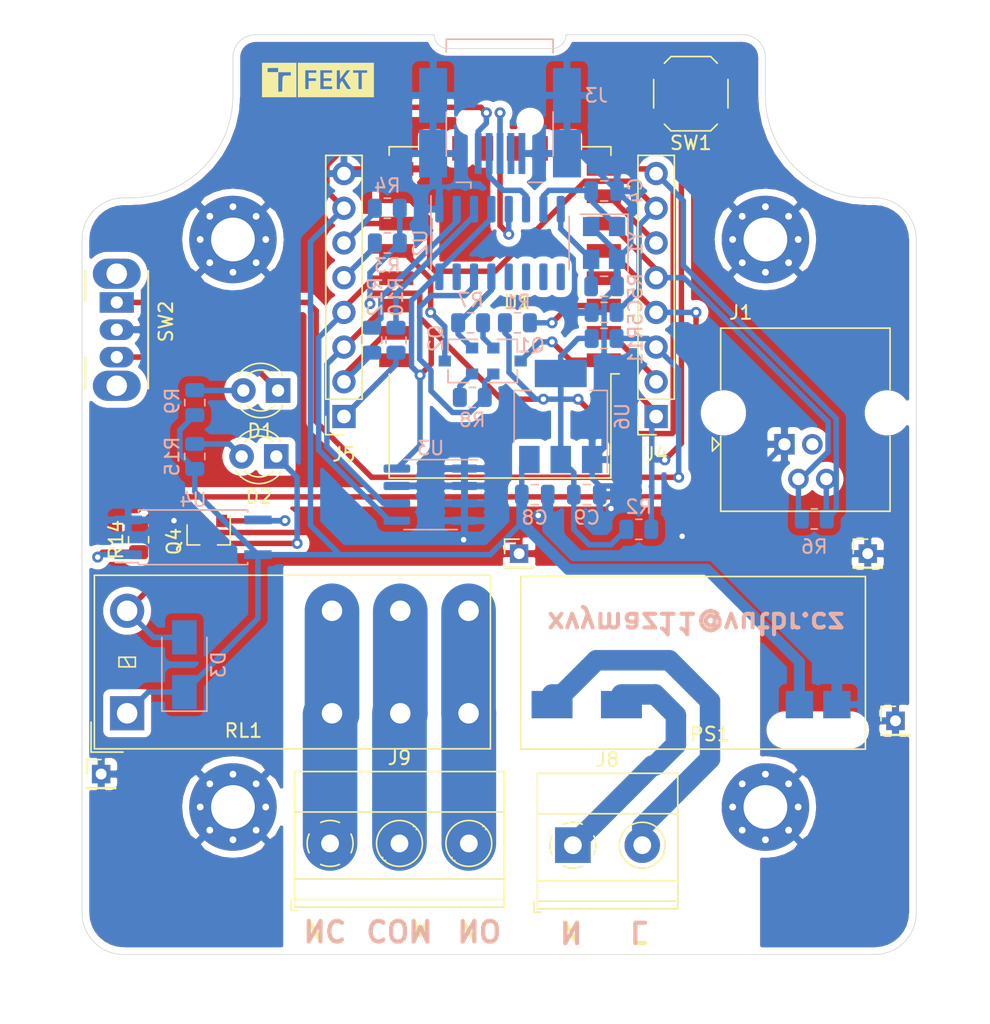
<source format=kicad_pcb>
(kicad_pcb (version 20171130) (host pcbnew "(5.1.7)-1")
  (layers (0 F.Cu signal) (31 B.Cu signal) (34 B.Paste user) (35 F.Paste user) (36 B.SilkS user) (37 F.SilkS user) (38 B.Mask user) (39 F.Mask user) (44 Edge.Cuts user))
  (net 0 "")
  (net 1 +3V3)
  (net 2 GND)
  (net 3 +5V)
  (net 4 RST)
  (net 5 "Net-(C4-Pad1)")
  (net 6 "Net-(C5-Pad1)")
  (net 7 "Net-(D2-Pad2)")
  (net 8 L)
  (net 9 "Net-(J3-Pad2)")
  (net 10 "Net-(J3-Pad3)")
  (net 11 RTS)
  (net 12 GPIO0)
  (net 13 "Net-(Q1-Pad2)")
  (net 14 DTR)
  (net 15 EN)
  (net 16 "Net-(Q4-Pad1)")
  (net 17 GPIO2)
  (net 18 GPIO15)
  (net 19 BUTTON)
  (net 20 "Net-(R14-Pad1)")
  (net 21 ADC)
  (net 22 DATA)
  (net 23 N)
  (net 24 GPIO13)
  (net 25 GPIO14)
  (net 26 GPIO4)
  (net 27 GPIO5)
  (net 28 GPIO3)
  (net 29 GPIO1)
  (net 30 NO)
  (net 31 COM)
  (net 32 NC)
  (net 33 "Net-(D2-Pad1)")
  (net 34 "Net-(D1-Pad2)")
  (net 35 "Net-(D1-Pad1)")
  (net 36 "Net-(R10-Pad2)")
  (net 37 "Net-(R12-Pad1)")
  (net 38 "Net-(Q2-Pad2)")
  (module Symbol:vut_fekt_small (layer F.Cu) (at 100.965 57.023)
    (fp_text reference G*** hide)
    (fp_text value LOGO hide)
  )
  (module Connector_PinHeader_2.00mm:PinHeader_1x01_P2.00mm_Vertical (layer F.Cu) (at 85.09 107.823)
    (fp_text reference H8 hide)
    (fp_text value MountingHole_Pad)
    (pad 1 thru_hole rect (at 0 0) (size 1.35 1.35) (drill 0.8) (layers *.Cu *.Mask) (net 2 GND))
  )
  (module Connector_PinHeader_2.00mm:PinHeader_1x01_P2.00mm_Vertical (layer F.Cu) (at 115.697 91.694)
    (fp_text reference H7 hide)
    (fp_text value MountingHole_Pad)
    (pad 1 thru_hole rect (at 0 0) (size 1.35 1.35) (drill 0.8) (layers *.Cu *.Mask) (net 2 GND))
  )
  (module Connector_PinHeader_2.00mm:PinHeader_1x01_P2.00mm_Vertical (layer F.Cu) (at 143.256 103.929001)
    (fp_text reference H6 hide)
    (fp_text value MountingHole_Pad)
    (pad 1 thru_hole rect (at 0 0) (size 1.35 1.35) (drill 0.8) (layers *.Cu *.Mask) (net 2 GND))
  )
  (module Connector_PinHeader_2.00mm:PinHeader_1x01_P2.00mm_Vertical (layer F.Cu) (at 141.224 91.694)
    (fp_text reference H5 hide)
    (fp_text value MountingHole_Pad)
    (pad 1 thru_hole rect (at 0 0) (size 1.35 1.35) (drill 0.8) (layers *.Cu *.Mask) (net 2 GND))
  )
  (module Package_TO_SOT_SMD:SOT-23 (layer B.Cu) (at 111.252 77.597 180)
    (fp_text reference Q2 (at 1.651 1.651 90) (layer B.SilkS) (effects (justify mirror)))
    (fp_text value S8050)
    (pad 3 smd rect (at 1 0 180) (size 0.9 0.8) (layers B.Cu B.Paste B.Mask) (net 12 GPIO0))
    (pad 2 smd rect (at -1 -0.95 180) (size 0.9 0.8) (layers B.Cu B.Paste B.Mask) (net 38 "Net-(Q2-Pad2)"))
    (pad 1 smd rect (at -1 0.95 180) (size 0.9 0.8) (layers B.Cu B.Paste B.Mask) (net 14 DTR))
  )
  (module Package_TO_SOT_SMD:SOT-23 (layer B.Cu) (at 114.808 77.597)
    (fp_text reference Q1 (at 1.778 -1.143) (layer B.SilkS) (effects (justify mirror)))
    (fp_text value S8050)
    (pad 3 smd rect (at 1 0) (size 0.9 0.8) (layers B.Cu B.Paste B.Mask) (net 4 RST))
    (pad 2 smd rect (at -1 -0.95) (size 0.9 0.8) (layers B.Cu B.Paste B.Mask) (net 13 "Net-(Q1-Pad2)"))
    (pad 1 smd rect (at -1 0.95) (size 0.9 0.8) (layers B.Cu B.Paste B.Mask) (net 11 RTS))
  )
  (module Resistor_SMD:R_0805_2012Metric (layer B.Cu) (at 106.68 76.073 270)
    (fp_text reference R12 (at -3.175 1.524 90) (layer B.SilkS) (effects (justify mirror)))
    (fp_text value 470)
    (pad 2 smd roundrect (at 0.9125 0 270) (size 1.025 1.4) (layers B.Cu B.Paste B.Mask) (roundrect_rratio 0.2439004878048781) (net 29 GPIO1))
    (pad 1 smd roundrect (at -0.9125 0 270) (size 1.025 1.4) (layers B.Cu B.Paste B.Mask) (roundrect_rratio 0.2439004878048781) (net 37 "Net-(R12-Pad1)"))
  )
  (module Resistor_SMD:R_0805_2012Metric (layer B.Cu) (at 104.902 76.073 90)
    (fp_text reference R10 (at 3.175 1.778 90) (layer B.SilkS) (effects (justify mirror)))
    (fp_text value 470)
    (pad 2 smd roundrect (at 0.9125 0 90) (size 1.025 1.4) (layers B.Cu B.Paste B.Mask) (roundrect_rratio 0.2439004878048781) (net 36 "Net-(R10-Pad2)"))
    (pad 1 smd roundrect (at -0.9125 0 90) (size 1.025 1.4) (layers B.Cu B.Paste B.Mask) (roundrect_rratio 0.2439004878048781) (net 28 GPIO3))
  )
  (module Resistor_SMD:R_0805_2012Metric (layer B.Cu) (at 91.948 80.645 90)
    (fp_text reference R9 (at 0.127 -1.651 90) (layer B.SilkS) (effects (justify mirror)))
    (fp_text value R)
    (pad 2 smd roundrect (at 0.9125 0 90) (size 1.025 1.4) (layers B.Cu B.Paste B.Mask) (roundrect_rratio 0.2439004878048781) (net 34 "Net-(D1-Pad2)"))
    (pad 1 smd roundrect (at -0.9125 0 90) (size 1.025 1.4) (layers B.Cu B.Paste B.Mask) (roundrect_rratio 0.2439004878048781) (net 3 +5V))
  )
  (module LED_THT:LED_D3.0mm (layer F.Cu) (at 98.044 79.756 180)
    (fp_text reference D1 (at 1.27 -2.96) (layer F.SilkS))
    (fp_text value LED)
    (pad 2 thru_hole circle (at 2.54 0 180) (size 1.8 1.8) (drill 0.9) (layers *.Cu *.Mask) (net 34 "Net-(D1-Pad2)"))
    (pad 1 thru_hole rect (at 0 0 180) (size 1.8 1.8) (drill 0.9) (layers *.Cu *.Mask) (net 35 "Net-(D1-Pad1)"))
  )
  (module LED_THT:LED_D3.0mm (layer F.Cu) (at 97.917 84.582 180)
    (fp_text reference D2 (at 1.27 -2.96) (layer F.SilkS))
    (fp_text value LED)
    (pad 2 thru_hole circle (at 2.54 0 180) (size 1.8 1.8) (drill 0.9) (layers *.Cu *.Mask) (net 7 "Net-(D2-Pad2)"))
    (pad 1 thru_hole rect (at 0 0 180) (size 1.8 1.8) (drill 0.9) (layers *.Cu *.Mask) (net 33 "Net-(D2-Pad1)"))
  )
  (module Connector_PinSocket_2.54mm:PinSocket_1x08_P2.54mm_Vertical (layer F.Cu) (at 102.87 81.661 180)
    (fp_text reference J5 (at 0 -2.77) (layer F.SilkS))
    (fp_text value Conn_01x08_Female)
    (pad 8 thru_hole oval (at 0 17.78 180) (size 1.7 1.7) (drill 1) (layers *.Cu *.Mask) (net 2 GND))
    (pad 7 thru_hole oval (at 0 15.24 180) (size 1.7 1.7) (drill 1) (layers *.Cu *.Mask) (net 3 +5V))
    (pad 6 thru_hole oval (at 0 12.7 180) (size 1.7 1.7) (drill 1) (layers *.Cu *.Mask) (net 17 GPIO2))
    (pad 5 thru_hole oval (at 0 10.16 180) (size 1.7 1.7) (drill 1) (layers *.Cu *.Mask) (net 12 GPIO0))
    (pad 4 thru_hole oval (at 0 7.62 180) (size 1.7 1.7) (drill 1) (layers *.Cu *.Mask) (net 26 GPIO4))
    (pad 3 thru_hole oval (at 0 5.08 180) (size 1.7 1.7) (drill 1) (layers *.Cu *.Mask) (net 27 GPIO5))
    (pad 2 thru_hole oval (at 0 2.54 180) (size 1.7 1.7) (drill 1) (layers *.Cu *.Mask) (net 28 GPIO3))
    (pad 1 thru_hole rect (at 0 0 180) (size 1.7 1.7) (drill 1) (layers *.Cu *.Mask) (net 29 GPIO1))
  )
  (module Connector_PinSocket_2.54mm:PinSocket_1x08_P2.54mm_Vertical (layer F.Cu) (at 125.73 81.661 180)
    (fp_text reference J4 (at 0 -2.77) (layer F.SilkS))
    (fp_text value Conn_01x08_Female)
    (pad 8 thru_hole oval (at 0 17.78 180) (size 1.7 1.7) (drill 1) (layers *.Cu *.Mask) (net 1 +3V3))
    (pad 7 thru_hole oval (at 0 15.24 180) (size 1.7 1.7) (drill 1) (layers *.Cu *.Mask) (net 18 GPIO15))
    (pad 6 thru_hole oval (at 0 12.7 180) (size 1.7 1.7) (drill 1) (layers *.Cu *.Mask) (net 24 GPIO13))
    (pad 5 thru_hole oval (at 0 10.16 180) (size 1.7 1.7) (drill 1) (layers *.Cu *.Mask) (net 22 DATA))
    (pad 4 thru_hole oval (at 0 7.62 180) (size 1.7 1.7) (drill 1) (layers *.Cu *.Mask) (net 25 GPIO14))
    (pad 3 thru_hole oval (at 0 5.08 180) (size 1.7 1.7) (drill 1) (layers *.Cu *.Mask) (net 19 BUTTON))
    (pad 2 thru_hole oval (at 0 2.54 180) (size 1.7 1.7) (drill 1) (layers *.Cu *.Mask) (net 21 ADC))
    (pad 1 thru_hole rect (at 0 0 180) (size 1.7 1.7) (drill 1) (layers *.Cu *.Mask) (net 4 RST))
  )
  (module Connector_RJ:RJ14_Connfly_DS1133-S4_Horizontal (layer F.Cu) (at 135.128 83.693)
    (fp_text reference J1 (at -3.2 -9.64 180) (layer F.SilkS))
    (fp_text value RJ13)
    (pad 4 thru_hole circle (at 3.06 2.54 180) (size 1.5 1.5) (drill 0.9) (layers *.Cu *.Mask) (net 1 +3V3))
    (pad "" np_thru_hole circle (at 7.53 -2.3 180) (size 2.3 2.3) (drill 2.3) (layers *.Cu *.Mask))
    (pad 3 thru_hole circle (at 2.04 0 180) (size 1.5 1.5) (drill 0.9) (layers *.Cu *.Mask))
    (pad 2 thru_hole circle (at 1.02 2.54 180) (size 1.5 1.5) (drill 0.9) (layers *.Cu *.Mask) (net 22 DATA))
    (pad 1 thru_hole rect (at 0 0 180) (size 1.5 1.5) (drill 0.9) (layers *.Cu *.Mask) (net 2 GND))
    (pad "" np_thru_hole circle (at -4.47 -2.3 180) (size 2.3 2.3) (drill 2.3) (layers *.Cu *.Mask))
  )
  (module MountingHole:MountingHole_3.2mm_M3_Pad_Via (layer F.Cu) (at 94.742 68.707 180)
    (fp_text reference H4)
    (fp_text value MountingHole_Pad)
    (pad 1 thru_hole circle (at 1.697056 -1.697056 180) (size 0.8 0.8) (drill 0.5) (layers *.Cu *.Mask) (net 2 GND))
    (pad 1 thru_hole circle (at 0 -2.4 180) (size 0.8 0.8) (drill 0.5) (layers *.Cu *.Mask) (net 2 GND))
    (pad 1 thru_hole circle (at -1.697056 -1.697056 180) (size 0.8 0.8) (drill 0.5) (layers *.Cu *.Mask) (net 2 GND))
    (pad 1 thru_hole circle (at -2.4 0 180) (size 0.8 0.8) (drill 0.5) (layers *.Cu *.Mask) (net 2 GND))
    (pad 1 thru_hole circle (at -1.697056 1.697056 180) (size 0.8 0.8) (drill 0.5) (layers *.Cu *.Mask) (net 2 GND))
    (pad 1 thru_hole circle (at 0 2.4 180) (size 0.8 0.8) (drill 0.5) (layers *.Cu *.Mask) (net 2 GND))
    (pad 1 thru_hole circle (at 1.697056 1.697056 180) (size 0.8 0.8) (drill 0.5) (layers *.Cu *.Mask) (net 2 GND))
    (pad 1 thru_hole circle (at 2.4 0 180) (size 0.8 0.8) (drill 0.5) (layers *.Cu *.Mask) (net 2 GND))
    (pad 1 thru_hole circle (at 0 0 180) (size 6.4 6.4) (drill 3.2) (layers *.Cu *.Mask) (net 2 GND))
  )
  (module MountingHole:MountingHole_3.2mm_M3_Pad_Via (layer F.Cu) (at 133.731 68.707 180)
    (fp_text reference H3)
    (fp_text value MountingHole_Pad)
    (pad 1 thru_hole circle (at 1.697056 -1.697056 180) (size 0.8 0.8) (drill 0.5) (layers *.Cu *.Mask) (net 2 GND))
    (pad 1 thru_hole circle (at 0 -2.4 180) (size 0.8 0.8) (drill 0.5) (layers *.Cu *.Mask) (net 2 GND))
    (pad 1 thru_hole circle (at -1.697056 -1.697056 180) (size 0.8 0.8) (drill 0.5) (layers *.Cu *.Mask) (net 2 GND))
    (pad 1 thru_hole circle (at -2.4 0 180) (size 0.8 0.8) (drill 0.5) (layers *.Cu *.Mask) (net 2 GND))
    (pad 1 thru_hole circle (at -1.697056 1.697056 180) (size 0.8 0.8) (drill 0.5) (layers *.Cu *.Mask) (net 2 GND))
    (pad 1 thru_hole circle (at 0 2.4 180) (size 0.8 0.8) (drill 0.5) (layers *.Cu *.Mask) (net 2 GND))
    (pad 1 thru_hole circle (at 1.697056 1.697056 180) (size 0.8 0.8) (drill 0.5) (layers *.Cu *.Mask) (net 2 GND))
    (pad 1 thru_hole circle (at 2.4 0 180) (size 0.8 0.8) (drill 0.5) (layers *.Cu *.Mask) (net 2 GND))
    (pad 1 thru_hole circle (at 0 0 180) (size 6.4 6.4) (drill 3.2) (layers *.Cu *.Mask) (net 2 GND))
  )
  (module MountingHole:MountingHole_3.2mm_M3_Pad_Via (layer F.Cu) (at 133.731 110.236 180)
    (fp_text reference H2)
    (fp_text value MountingHole_Pad)
    (pad 1 thru_hole circle (at 1.697056 -1.697056 180) (size 0.8 0.8) (drill 0.5) (layers *.Cu *.Mask) (net 2 GND))
    (pad 1 thru_hole circle (at 0 -2.4 180) (size 0.8 0.8) (drill 0.5) (layers *.Cu *.Mask) (net 2 GND))
    (pad 1 thru_hole circle (at -1.697056 -1.697056 180) (size 0.8 0.8) (drill 0.5) (layers *.Cu *.Mask) (net 2 GND))
    (pad 1 thru_hole circle (at -2.4 0 180) (size 0.8 0.8) (drill 0.5) (layers *.Cu *.Mask) (net 2 GND))
    (pad 1 thru_hole circle (at -1.697056 1.697056 180) (size 0.8 0.8) (drill 0.5) (layers *.Cu *.Mask) (net 2 GND))
    (pad 1 thru_hole circle (at 0 2.4 180) (size 0.8 0.8) (drill 0.5) (layers *.Cu *.Mask) (net 2 GND))
    (pad 1 thru_hole circle (at 1.697056 1.697056 180) (size 0.8 0.8) (drill 0.5) (layers *.Cu *.Mask) (net 2 GND))
    (pad 1 thru_hole circle (at 2.4 0 180) (size 0.8 0.8) (drill 0.5) (layers *.Cu *.Mask) (net 2 GND))
    (pad 1 thru_hole circle (at 0 0 180) (size 6.4 6.4) (drill 3.2) (layers *.Cu *.Mask) (net 2 GND))
  )
  (module MountingHole:MountingHole_3.2mm_M3_Pad_Via (layer F.Cu) (at 94.742 110.236 180)
    (fp_text reference H1)
    (fp_text value MountingHole_Pad)
    (pad 1 thru_hole circle (at 1.697056 -1.697056 180) (size 0.8 0.8) (drill 0.5) (layers *.Cu *.Mask) (net 2 GND))
    (pad 1 thru_hole circle (at 0 -2.4 180) (size 0.8 0.8) (drill 0.5) (layers *.Cu *.Mask) (net 2 GND))
    (pad 1 thru_hole circle (at -1.697056 -1.697056 180) (size 0.8 0.8) (drill 0.5) (layers *.Cu *.Mask) (net 2 GND))
    (pad 1 thru_hole circle (at -2.4 0 180) (size 0.8 0.8) (drill 0.5) (layers *.Cu *.Mask) (net 2 GND))
    (pad 1 thru_hole circle (at -1.697056 1.697056 180) (size 0.8 0.8) (drill 0.5) (layers *.Cu *.Mask) (net 2 GND))
    (pad 1 thru_hole circle (at 0 2.4 180) (size 0.8 0.8) (drill 0.5) (layers *.Cu *.Mask) (net 2 GND))
    (pad 1 thru_hole circle (at 1.697056 1.697056 180) (size 0.8 0.8) (drill 0.5) (layers *.Cu *.Mask) (net 2 GND))
    (pad 1 thru_hole circle (at 2.4 0 180) (size 0.8 0.8) (drill 0.5) (layers *.Cu *.Mask) (net 2 GND))
    (pad 1 thru_hole circle (at 0 0 180) (size 6.4 6.4) (drill 3.2) (layers *.Cu *.Mask) (net 2 GND))
  )
  (module TerminalBlock_Phoenix:TerminalBlock_Phoenix_MKDS-1,5-3-5.08_1x03_P5.08mm_Horizontal (layer F.Cu) (at 101.854 112.903)
    (fp_text reference J9 (at 5.08 -6.26) (layer F.SilkS))
    (fp_text value Screw_Terminal_01x03)
    (pad 3 thru_hole circle (at 10.16 0) (size 2.6 2.6) (drill 1.3) (layers *.Cu *.Mask) (net 30 NO))
    (pad 2 thru_hole circle (at 5.08 0) (size 2.6 2.6) (drill 1.3) (layers *.Cu *.Mask) (net 31 COM))
    (pad 1 thru_hole rect (at 0 0) (size 2.6 2.6) (drill 1.3) (layers *.Cu *.Mask) (net 32 NC))
  )
  (module TerminalBlock_Phoenix:TerminalBlock_Phoenix_MKDS-1,5-2-5.08_1x02_P5.08mm_Horizontal (layer F.Cu) (at 119.634 113.03)
    (fp_text reference J8 (at 2.54 -6.26) (layer F.SilkS))
    (fp_text value Screw_Terminal_01x02)
    (pad 2 thru_hole circle (at 5.08 0) (size 2.6 2.6) (drill 1.3) (layers *.Cu *.Mask) (net 8 L))
    (pad 1 thru_hole rect (at 0 0) (size 2.6 2.6) (drill 1.3) (layers *.Cu *.Mask) (net 23 N))
  )
  (module Package_SO:SOIC-8_3.9x4.9mm_P1.27mm (layer B.Cu) (at 109.22 87.376 180)
    (fp_text reference U3 (at 0 3.4) (layer B.SilkS) (effects (justify mirror)))
    (fp_text value M24512-EEPROM)
    (pad 8 smd roundrect (at 2.475 1.905 180) (size 1.95 0.6) (layers B.Cu B.Paste B.Mask) (net 1 +3V3))
    (pad 7 smd roundrect (at 2.475 0.635 180) (size 1.95 0.6) (layers B.Cu B.Paste B.Mask) (net 2 GND))
    (pad 6 smd roundrect (at 2.475 -0.635 180) (size 1.95 0.6) (layers B.Cu B.Paste B.Mask) (net 27 GPIO5))
    (pad 5 smd roundrect (at 2.475 -1.905 180) (size 1.95 0.6) (layers B.Cu B.Paste B.Mask) (net 26 GPIO4))
    (pad 4 smd roundrect (at -2.475 -1.905 180) (size 1.95 0.6) (layers B.Cu B.Paste B.Mask) (net 2 GND))
    (pad 3 smd roundrect (at -2.475 -0.635 180) (size 1.95 0.6) (layers B.Cu B.Paste B.Mask) (net 2 GND))
    (pad 2 smd roundrect (at -2.475 0.635 180) (size 1.95 0.6) (layers B.Cu B.Paste B.Mask) (net 2 GND))
    (pad 1 smd roundrect (at -2.475 1.905 180) (size 1.95 0.6) (layers B.Cu B.Paste B.Mask) (net 2 GND))
  )
  (module Package_TO_SOT_SMD:SOT-223-3_TabPin2 (layer B.Cu) (at 118.745 81.661 90)
    (fp_text reference U6 (at 0 4.5 270) (layer B.SilkS) (effects (justify mirror)))
    (fp_text value AMS1117-3.3)
    (pad 1 smd rect (at -3.15 2.3 90) (size 2 1.5) (layers B.Cu B.Paste B.Mask) (net 2 GND))
    (pad 3 smd rect (at -3.15 -2.3 90) (size 2 1.5) (layers B.Cu B.Paste B.Mask) (net 3 +5V))
    (pad 2 smd rect (at -3.15 0 90) (size 2 1.5) (layers B.Cu B.Paste B.Mask) (net 1 +3V3))
    (pad 2 smd rect (at 3.15 0 90) (size 2 3.8) (layers B.Cu B.Paste B.Mask) (net 1 +3V3))
  )
  (module Crystal:Crystal_SMD_SeikoEpson_FA238V-4Pin_3.2x2.5mm (layer B.Cu) (at 121.92 68.961 270)
    (fp_text reference Y1 (at 0 -2.286 90) (layer B.SilkS) (effects (justify mirror)))
    (fp_text value Crystal_GND24)
    (pad 4 smd rect (at -1.2 0.95 270) (size 1.4 1.2) (layers B.Cu B.Paste B.Mask) (net 2 GND))
    (pad 3 smd rect (at 1.2 0.95 270) (size 1.4 1.2) (layers B.Cu B.Paste B.Mask) (net 6 "Net-(C5-Pad1)"))
    (pad 2 smd rect (at 1.2 -0.95 270) (size 1.4 1.2) (layers B.Cu B.Paste B.Mask) (net 2 GND))
    (pad 1 smd rect (at -1.2 -0.95 270) (size 1.4 1.2) (layers B.Cu B.Paste B.Mask) (net 5 "Net-(C4-Pad1)"))
  )
  (module Button_Switch_THT:SW_CuK_OS102011MA1QN1_SPDT_Angled (layer F.Cu) (at 86.233 73.311 270)
    (fp_text reference SW2 (at 1.4 -3.6 90) (layer F.SilkS))
    (fp_text value SW_Push_SPDT)
    (pad "" thru_hole oval (at 6.1 0 270) (size 2.2 3.5) (drill 1.5) (layers *.Cu *.Mask))
    (pad "" thru_hole oval (at -2.1 0 270) (size 2.2 3.5) (drill 1.5) (layers *.Cu *.Mask))
    (pad 3 thru_hole oval (at 4 0 270) (size 1.5 2.5) (drill 0.9) (layers *.Cu *.Mask) (net 35 "Net-(D1-Pad1)"))
    (pad 2 thru_hole oval (at 2 0 270) (size 1.5 2.5) (drill 0.9) (layers *.Cu *.Mask) (net 2 GND))
    (pad 1 thru_hole rect (at 0 0 270) (size 1.5 2.5) (drill 0.9) (layers *.Cu *.Mask) (net 19 BUTTON))
  )
  (module Button_Switch_SMD:SW_SPST_SKQG_WithoutStem (layer F.Cu) (at 128.27 58.039 180)
    (fp_text reference SW1 (at 0 -3.6) (layer F.SilkS))
    (fp_text value SW_Push)
    (pad 2 smd rect (at 3.1 1.85 180) (size 1.8 1.1) (layers F.Cu F.Paste F.Mask) (net 4 RST))
    (pad 2 smd rect (at -3.1 1.85 180) (size 1.8 1.1) (layers F.Cu F.Paste F.Mask) (net 4 RST))
    (pad 1 smd rect (at 3.1 -1.85 180) (size 1.8 1.1) (layers F.Cu F.Paste F.Mask) (net 2 GND))
    (pad 1 smd rect (at -3.1 -1.85 180) (size 1.8 1.1) (layers F.Cu F.Paste F.Mask) (net 2 GND))
  )
  (module Capacitor_SMD:C_0805_2012Metric (layer B.Cu) (at 116.84 87.376)
    (fp_text reference C8 (at 0 1.68) (layer B.SilkS) (effects (justify mirror)))
    (fp_text value 100n)
    (pad 2 smd roundrect (at 0.95 0) (size 1 1.45) (layers B.Cu B.Paste B.Mask) (net 2 GND))
    (pad 1 smd roundrect (at -0.95 0) (size 1 1.45) (layers B.Cu B.Paste B.Mask) (net 3 +5V))
  )
  (module Connector_USB:USB_Micro-B_Molex-67503-1020 (layer B.Cu) (at 114.3 60.071)
    (fp_text reference J3 (at 8.001 -1.905) (layer B.SilkS) (effects (justify left mirror)))
    (fp_text value USB_B_Micro)
    (pad "" np_thru_hole circle (at 2.2 -0.005) (size 1 1) (drill 1) (layers *.Cu *.Mask))
    (pad "" np_thru_hole circle (at -2.2 -0.005) (size 1 1) (drill 1) (layers *.Cu *.Mask))
    (pad 6 smd rect (at 4.9 -1.905) (size 2.05 4) (layers B.Cu B.Paste B.Mask) (net 2 GND))
    (pad 6 smd rect (at 4.9 2.345) (size 2.05 3.5) (layers B.Cu B.Paste B.Mask) (net 2 GND))
    (pad 6 smd rect (at -4.9 -1.905) (size 2.05 4) (layers B.Cu B.Paste B.Mask) (net 2 GND))
    (pad 6 smd rect (at -4.9 2.345) (size 2.05 3.5) (layers B.Cu B.Paste B.Mask) (net 2 GND))
    (pad 5 smd rect (at 1.6 2.345) (size 0.5 3) (layers B.Cu B.Paste B.Mask) (net 2 GND))
    (pad 4 smd rect (at 0.8 2.345) (size 0.5 3) (layers B.Cu B.Paste B.Mask))
    (pad 3 smd rect (at 0 2.345) (size 0.5 3) (layers B.Cu B.Paste B.Mask) (net 10 "Net-(J3-Pad3)"))
    (pad 2 smd rect (at -0.8 2.345) (size 0.5 3) (layers B.Cu B.Paste B.Mask) (net 9 "Net-(J3-Pad2)"))
    (pad 1 smd rect (at -1.6 2.345) (size 0.5 3) (layers B.Cu B.Paste B.Mask) (net 3 +5V))
  )
  (module Resistor_SMD:R_0805_2012Metric (layer B.Cu) (at 115.57 74.803)
    (fp_text reference R1 (at 0 -1.524) (layer B.SilkS) (effects (justify mirror)))
    (fp_text value 10k)
    (pad 2 smd roundrect (at 0.9125 0) (size 1.025 1.4) (layers B.Cu B.Paste B.Mask) (roundrect_rratio 0.2439004878048781) (net 15 EN))
    (pad 1 smd roundrect (at -0.9125 0) (size 1.025 1.4) (layers B.Cu B.Paste B.Mask) (roundrect_rratio 0.2439004878048781) (net 1 +3V3))
  )
  (module Relay_THT:Relay_DPDT_Omron_G2RL (layer F.Cu) (at 86.995 103.378)
    (fp_text reference RL1 (at 8.509 1.27 180) (layer F.SilkS))
    (fp_text value G2RL-2-DC5)
    (pad 8 thru_hole oval (at 0 -7.5 90) (size 2.5 2.5) (drill 1.5) (layers *.Cu *.Mask) (net 33 "Net-(D2-Pad1)"))
    (pad 7 thru_hole oval (at 15 -7.5 90) (size 2.5 2.5) (drill 1.5) (layers *.Cu *.Mask) (net 32 NC))
    (pad 6 thru_hole oval (at 20 -7.5 90) (size 2.5 2.5) (drill 1.5) (layers *.Cu *.Mask) (net 31 COM))
    (pad 5 thru_hole oval (at 25 -7.5 90) (size 2.5 2.5) (drill 1.5) (layers *.Cu *.Mask) (net 30 NO))
    (pad 4 thru_hole oval (at 25 0 90) (size 2.5 2.5) (drill 1.5) (layers *.Cu *.Mask) (net 30 NO))
    (pad 3 thru_hole oval (at 20 0 90) (size 2.5 2.5) (drill 1.5) (layers *.Cu *.Mask) (net 31 COM))
    (pad 2 thru_hole oval (at 15 0 90) (size 2.5 2.5) (drill 1.5) (layers *.Cu *.Mask) (net 32 NC))
    (pad 1 thru_hole rect (at 0 0 90) (size 2.5 2.5) (drill 1.5) (layers *.Cu *.Mask) (net 3 +5V))
  )
  (module Converter_ACDC:AC-DC_110V_220V_230V_to_DC_5V_700mA_CHINA (layer F.Cu) (at 138.43 102.743 180)
    (fp_text reference PS1 (at 8.763 -2.159) (layer F.SilkS))
    (fp_text value AC-DC_110V_220V_230V_to_DC_5V_700mA_CHINA)
    (pad "" np_thru_hole oval (at 17.7546 -1.8542 270) (size 1.7 9.5) (drill oval 1.7 9.5) (layers *.Cu *.Mask))
    (pad "" np_thru_hole oval (at 0.8636 -1.8542 270) (size 1.7 6.5) (drill oval 1.7 6.5) (layers *.Cu *.Mask))
    (pad 4 smd rect (at 20.32 0 180) (size 3 2) (layers B.Cu B.Paste B.Mask) (net 8 L))
    (pad 3 smd rect (at 15.24 0 180) (size 3 2) (layers B.Cu B.Paste B.Mask) (net 23 N))
    (pad 2 smd rect (at 2.2098 0 180) (size 2 2) (layers B.Cu B.Paste B.Mask) (net 3 +5V))
    (pad 1 smd rect (at -0.5334 0 180) (size 2 2) (layers B.Cu B.Paste B.Mask) (net 2 GND))
  )
  (module Capacitor_SMD:C_0805_2012Metric (layer B.Cu) (at 121.92 65.151)
    (fp_text reference C4 (at 2.286 0 90) (layer B.SilkS) (effects (justify mirror)))
    (fp_text value 10p)
    (pad 2 smd roundrect (at 0.95 0) (size 1 1.45) (layers B.Cu B.Paste B.Mask) (net 2 GND))
    (pad 1 smd roundrect (at -0.95 0) (size 1 1.45) (layers B.Cu B.Paste B.Mask) (net 5 "Net-(C4-Pad1)"))
  )
  (module Capacitor_SMD:C_0805_2012Metric (layer B.Cu) (at 121.92 72.136)
    (fp_text reference C5 (at 2.286 1.905 90) (layer B.SilkS) (effects (justify mirror)))
    (fp_text value 10p)
    (pad 2 smd roundrect (at 0.95 0) (size 1 1.45) (layers B.Cu B.Paste B.Mask) (net 2 GND))
    (pad 1 smd roundrect (at -0.95 0) (size 1 1.45) (layers B.Cu B.Paste B.Mask) (net 6 "Net-(C5-Pad1)"))
  )
  (module Capacitor_SMD:C_0805_2012Metric (layer B.Cu) (at 120.65 87.376)
    (fp_text reference C9 (at 0 1.68 180) (layer B.SilkS) (effects (justify mirror)))
    (fp_text value 100n)
    (pad 2 smd roundrect (at 0.95 0) (size 1 1.45) (layers B.Cu B.Paste B.Mask) (net 2 GND))
    (pad 1 smd roundrect (at -0.95 0) (size 1 1.45) (layers B.Cu B.Paste B.Mask) (net 1 +3V3))
  )
  (module Diode_SMD:D_SMA (layer B.Cu) (at 91.186 99.822 90)
    (fp_text reference D3 (at 0 2.5 90) (layer B.SilkS) (effects (justify mirror)))
    (fp_text value D)
    (pad 2 smd rect (at 2 0 90) (size 2.5 1.8) (layers B.Cu B.Paste B.Mask) (net 33 "Net-(D2-Pad1)"))
    (pad 1 smd rect (at -2 0 90) (size 2.5 1.8) (layers B.Cu B.Paste B.Mask) (net 3 +5V))
  )
  (module Package_TO_SOT_SMD:SOT-23 (layer F.Cu) (at 92.964 90.297 270)
    (fp_text reference Q4 (at 0.508 2.54 270) (layer F.SilkS))
    (fp_text value MMBT5551L)
    (pad 3 smd rect (at 1 0 270) (size 0.9 0.8) (layers F.Cu F.Paste F.Mask) (net 33 "Net-(D2-Pad1)"))
    (pad 2 smd rect (at -1 0.95 270) (size 0.9 0.8) (layers F.Cu F.Paste F.Mask) (net 2 GND))
    (pad 1 smd rect (at -1 -0.95 270) (size 0.9 0.8) (layers F.Cu F.Paste F.Mask) (net 16 "Net-(Q4-Pad1)"))
  )
  (module Resistor_SMD:R_0805_2012Metric (layer B.Cu) (at 124.46 89.916 180)
    (fp_text reference R2 (at 0 1.65) (layer B.SilkS) (effects (justify mirror)))
    (fp_text value 10k)
    (pad 2 smd roundrect (at 0.9125 0 180) (size 1.025 1.4) (layers B.Cu B.Paste B.Mask) (roundrect_rratio 0.2439004878048781) (net 1 +3V3))
    (pad 1 smd roundrect (at -0.9125 0 180) (size 1.025 1.4) (layers B.Cu B.Paste B.Mask) (roundrect_rratio 0.2439004878048781) (net 4 RST))
  )
  (module Resistor_SMD:R_0805_2012Metric (layer B.Cu) (at 106.045 68.961)
    (fp_text reference R3 (at 0 1.65 180) (layer B.SilkS) (effects (justify mirror)))
    (fp_text value 10k)
    (pad 2 smd roundrect (at 0.9125 0) (size 1.025 1.4) (layers B.Cu B.Paste B.Mask) (roundrect_rratio 0.2439004878048781) (net 1 +3V3))
    (pad 1 smd roundrect (at -0.9125 0) (size 1.025 1.4) (layers B.Cu B.Paste B.Mask) (roundrect_rratio 0.2439004878048781) (net 12 GPIO0))
  )
  (module Resistor_SMD:R_0805_2012Metric (layer B.Cu) (at 106.045 66.421)
    (fp_text reference R4 (at 0 -1.651) (layer B.SilkS) (effects (justify mirror)))
    (fp_text value 10k)
    (pad 2 smd roundrect (at 0.9125 0) (size 1.025 1.4) (layers B.Cu B.Paste B.Mask) (roundrect_rratio 0.2439004878048781) (net 1 +3V3))
    (pad 1 smd roundrect (at -0.9125 0) (size 1.025 1.4) (layers B.Cu B.Paste B.Mask) (roundrect_rratio 0.2439004878048781) (net 17 GPIO2))
  )
  (module Resistor_SMD:R_0805_2012Metric (layer B.Cu) (at 121.92 74.041 180)
    (fp_text reference R5 (at -2.286 1.905 90) (layer B.SilkS) (effects (justify mirror)))
    (fp_text value 10k)
    (pad 2 smd roundrect (at 0.9125 0 180) (size 1.025 1.4) (layers B.Cu B.Paste B.Mask) (roundrect_rratio 0.2439004878048781) (net 2 GND))
    (pad 1 smd roundrect (at -0.9125 0 180) (size 1.025 1.4) (layers B.Cu B.Paste B.Mask) (roundrect_rratio 0.2439004878048781) (net 18 GPIO15))
  )
  (module Resistor_SMD:R_0805_2012Metric (layer B.Cu) (at 137.3105 89.154 180)
    (fp_text reference R6 (at 0 -2.032) (layer B.SilkS) (effects (justify mirror)))
    (fp_text value 4k7)
    (pad 2 smd roundrect (at 0.9125 0 180) (size 1.025 1.4) (layers B.Cu B.Paste B.Mask) (roundrect_rratio 0.2439004878048781) (net 22 DATA))
    (pad 1 smd roundrect (at -0.9125 0 180) (size 1.025 1.4) (layers B.Cu B.Paste B.Mask) (roundrect_rratio 0.2439004878048781) (net 1 +3V3))
  )
  (module Resistor_SMD:R_0805_2012Metric (layer B.Cu) (at 112.141 74.803 180)
    (fp_text reference R7 (at 0 1.65) (layer B.SilkS) (effects (justify mirror)))
    (fp_text value 1k)
    (pad 2 smd roundrect (at 0.9125 0 180) (size 1.025 1.4) (layers B.Cu B.Paste B.Mask) (roundrect_rratio 0.2439004878048781) (net 14 DTR))
    (pad 1 smd roundrect (at -0.9125 0 180) (size 1.025 1.4) (layers B.Cu B.Paste B.Mask) (roundrect_rratio 0.2439004878048781) (net 13 "Net-(Q1-Pad2)"))
  )
  (module Resistor_SMD:R_0805_2012Metric (layer B.Cu) (at 112.268 80.264)
    (fp_text reference R8 (at 0 1.65) (layer B.SilkS) (effects (justify mirror)))
    (fp_text value 1k)
    (pad 2 smd roundrect (at 0.9125 0) (size 1.025 1.4) (layers B.Cu B.Paste B.Mask) (roundrect_rratio 0.2439004878048781) (net 11 RTS))
    (pad 1 smd roundrect (at -0.9125 0) (size 1.025 1.4) (layers B.Cu B.Paste B.Mask) (roundrect_rratio 0.2439004878048781) (net 38 "Net-(Q2-Pad2)"))
  )
  (module Resistor_SMD:R_0805_2012Metric (layer B.Cu) (at 121.92 75.946)
    (fp_text reference R11 (at 2.286 0.508 90) (layer B.SilkS) (effects (justify mirror)))
    (fp_text value R)
    (pad 2 smd roundrect (at 0.9125 0) (size 1.025 1.4) (layers B.Cu B.Paste B.Mask) (roundrect_rratio 0.2439004878048781) (net 19 BUTTON))
    (pad 1 smd roundrect (at -0.9125 0) (size 1.025 1.4) (layers B.Cu B.Paste B.Mask) (roundrect_rratio 0.2439004878048781) (net 1 +3V3))
  )
  (module Resistor_SMD:R_0805_2012Metric (layer F.Cu) (at 87.8332 90.678 90)
    (fp_text reference R14 (at 0 -1.65 270) (layer F.SilkS))
    (fp_text value 1k)
    (pad 2 smd roundrect (at 0.9125 0 90) (size 1.025 1.4) (layers F.Cu F.Paste F.Mask) (roundrect_rratio 0.2439004878048781) (net 25 GPIO14))
    (pad 1 smd roundrect (at -0.9125 0 90) (size 1.025 1.4) (layers F.Cu F.Paste F.Mask) (roundrect_rratio 0.2439004878048781) (net 20 "Net-(R14-Pad1)"))
  )
  (module Resistor_SMD:R_0805_2012Metric (layer B.Cu) (at 91.948 84.582 90)
    (fp_text reference R15 (at 0 -1.651 270) (layer B.SilkS) (effects (justify mirror)))
    (fp_text value 150)
    (pad 2 smd roundrect (at 0.9125 0 90) (size 1.025 1.4) (layers B.Cu B.Paste B.Mask) (roundrect_rratio 0.2439004878048781) (net 7 "Net-(D2-Pad2)"))
    (pad 1 smd roundrect (at -0.9125 0 90) (size 1.025 1.4) (layers B.Cu B.Paste B.Mask) (roundrect_rratio 0.2439004878048781) (net 3 +5V))
  )
  (module RF_Module:ESP-12E (layer F.Cu) (at 114.3 74.041 180)
    (fp_text reference U1 (at -1.27 0.762) (layer F.SilkS))
    (fp_text value ESP-12F)
    (pad 22 smd rect (at 7.6 -3.5 180) (size 2.5 1) (layers F.Cu F.Paste F.Mask) (net 29 GPIO1))
    (pad 21 smd rect (at 7.6 -1.5 180) (size 2.5 1) (layers F.Cu F.Paste F.Mask) (net 28 GPIO3))
    (pad 20 smd rect (at 7.6 0.5 180) (size 2.5 1) (layers F.Cu F.Paste F.Mask) (net 27 GPIO5))
    (pad 19 smd rect (at 7.6 2.5 180) (size 2.5 1) (layers F.Cu F.Paste F.Mask) (net 26 GPIO4))
    (pad 18 smd rect (at 7.6 4.5 180) (size 2.5 1) (layers F.Cu F.Paste F.Mask) (net 12 GPIO0))
    (pad 17 smd rect (at 7.6 6.5 180) (size 2.5 1) (layers F.Cu F.Paste F.Mask) (net 17 GPIO2))
    (pad 16 smd rect (at 7.6 8.5 180) (size 2.5 1) (layers F.Cu F.Paste F.Mask) (net 18 GPIO15))
    (pad 15 smd rect (at 7.6 10.5 180) (size 2.5 1) (layers F.Cu F.Paste F.Mask) (net 2 GND))
    (pad 14 smd rect (at 5 12 180) (size 1 1.8) (layers F.Cu F.Paste F.Mask))
    (pad 13 smd rect (at 3 12 180) (size 1 1.8) (layers F.Cu F.Paste F.Mask))
    (pad 12 smd rect (at 1 12 180) (size 1 1.8) (layers F.Cu F.Paste F.Mask))
    (pad 11 smd rect (at -1 12 180) (size 1 1.8) (layers F.Cu F.Paste F.Mask))
    (pad 10 smd rect (at -3 12 180) (size 1 1.8) (layers F.Cu F.Paste F.Mask))
    (pad 9 smd rect (at -5 12 180) (size 1 1.8) (layers F.Cu F.Paste F.Mask))
    (pad 8 smd rect (at -7.6 10.5 180) (size 2.5 1) (layers F.Cu F.Paste F.Mask) (net 1 +3V3))
    (pad 7 smd rect (at -7.6 8.5 180) (size 2.5 1) (layers F.Cu F.Paste F.Mask) (net 24 GPIO13))
    (pad 6 smd rect (at -7.6 6.5 180) (size 2.5 1) (layers F.Cu F.Paste F.Mask) (net 22 DATA))
    (pad 5 smd rect (at -7.6 4.5 180) (size 2.5 1) (layers F.Cu F.Paste F.Mask) (net 25 GPIO14))
    (pad 4 smd rect (at -7.6 2.5 180) (size 2.5 1) (layers F.Cu F.Paste F.Mask))
    (pad 3 smd rect (at -7.6 0.5 180) (size 2.5 1) (layers F.Cu F.Paste F.Mask) (net 15 EN))
    (pad 2 smd rect (at -7.6 -1.5 180) (size 2.5 1) (layers F.Cu F.Paste F.Mask) (net 21 ADC))
    (pad 1 smd rect (at -7.6 -3.5 180) (size 2.5 1) (layers F.Cu F.Paste F.Mask) (net 4 RST))
  )
  (module Package_SO:SOIC-16_3.9x9.9mm_P1.27mm (layer B.Cu) (at 114.3 68.961 270)
    (fp_text reference U2 (at 0 5.842 90) (layer B.SilkS) (effects (justify mirror)))
    (fp_text value CH340G)
    (pad 16 smd roundrect (at 2.475 4.445 270) (size 1.95 0.6) (layers B.Cu B.Paste B.Mask) (net 1 +3V3))
    (pad 15 smd roundrect (at 2.475 3.175 270) (size 1.95 0.6) (layers B.Cu B.Paste B.Mask))
    (pad 14 smd roundrect (at 2.475 1.905 270) (size 1.95 0.6) (layers B.Cu B.Paste B.Mask) (net 11 RTS))
    (pad 13 smd roundrect (at 2.475 0.635 270) (size 1.95 0.6) (layers B.Cu B.Paste B.Mask) (net 14 DTR))
    (pad 12 smd roundrect (at 2.475 -0.635 270) (size 1.95 0.6) (layers B.Cu B.Paste B.Mask))
    (pad 11 smd roundrect (at 2.475 -1.905 270) (size 1.95 0.6) (layers B.Cu B.Paste B.Mask))
    (pad 10 smd roundrect (at 2.475 -3.175 270) (size 1.95 0.6) (layers B.Cu B.Paste B.Mask))
    (pad 9 smd roundrect (at 2.475 -4.445 270) (size 1.95 0.6) (layers B.Cu B.Paste B.Mask))
    (pad 8 smd roundrect (at -2.475 -4.445 270) (size 1.95 0.6) (layers B.Cu B.Paste B.Mask) (net 6 "Net-(C5-Pad1)"))
    (pad 7 smd roundrect (at -2.475 -3.175 270) (size 1.95 0.6) (layers B.Cu B.Paste B.Mask) (net 5 "Net-(C4-Pad1)"))
    (pad 6 smd roundrect (at -2.475 -1.905 270) (size 1.95 0.6) (layers B.Cu B.Paste B.Mask) (net 9 "Net-(J3-Pad2)"))
    (pad 5 smd roundrect (at -2.475 -0.635 270) (size 1.95 0.6) (layers B.Cu B.Paste B.Mask) (net 10 "Net-(J3-Pad3)"))
    (pad 4 smd roundrect (at -2.475 0.635 270) (size 1.95 0.6) (layers B.Cu B.Paste B.Mask) (net 1 +3V3))
    (pad 3 smd roundrect (at -2.475 1.905 270) (size 1.95 0.6) (layers B.Cu B.Paste B.Mask) (net 37 "Net-(R12-Pad1)"))
    (pad 2 smd roundrect (at -2.475 3.175 270) (size 1.95 0.6) (layers B.Cu B.Paste B.Mask) (net 36 "Net-(R10-Pad2)"))
    (pad 1 smd roundrect (at -2.475 4.445 270) (size 1.95 0.6) (layers B.Cu B.Paste B.Mask) (net 2 GND))
  )
  (module Package_SO:SO-4_7.6x3.6mm_P2.54mm (layer B.Cu) (at 91.821 90.5002)
    (fp_text reference U4 (at 0 -2.7432) (layer B.SilkS) (effects (justify mirror)))
    (fp_text value EL817)
    (pad 4 smd rect (at 4.75 1.27) (size 2 0.64) (layers B.Cu B.Paste B.Mask) (net 3 +5V))
    (pad 3 smd rect (at 4.75 -1.27) (size 2 0.64) (layers B.Cu B.Paste B.Mask) (net 16 "Net-(Q4-Pad1)"))
    (pad 2 smd rect (at -4.75 -1.27) (size 2 0.64) (layers B.Cu B.Paste B.Mask) (net 2 GND))
    (pad 1 smd rect (at -4.75 1.27) (size 2 0.64) (layers B.Cu B.Paste B.Mask) (net 20 "Net-(R14-Pad1)"))
  )
  (gr_text xvymaz11@vutbr.cz (at 128.651 96.774 180) (layer B.SilkS) (effects (font (size 1.5 1.5) (thickness 0.3)) (justify mirror)))
  (gr_text COM (at 106.934 119.253 180) (layer B.SilkS) (effects (font (size 1.5 1.5) (thickness 0.3)) (justify mirror)))
  (gr_text "NC\n" (at 101.473 119.253 180) (layer B.SilkS) (effects (font (size 1.5 1.5) (thickness 0.3)) (justify mirror)))
  (gr_text NO (at 112.776 119.253 180) (layer B.SilkS) (effects (font (size 1.5 1.5) (thickness 0.3)) (justify mirror)))
  (gr_text L (at 124.46 119.38 180) (layer B.SilkS) (effects (font (size 1.5 1.5) (thickness 0.3)) (justify mirror)))
  (gr_text N (at 119.507 119.38 180) (layer B.SilkS) (effects (font (size 1.5 1.5) (thickness 0.3)) (justify mirror)))
  (gr_text "NC\n" (at 101.473 119.38) (layer F.SilkS) (effects (font (size 1.5 1.5) (thickness 0.3))))
  (gr_text NO (at 112.776 119.38) (layer F.SilkS) (effects (font (size 1.5 1.5) (thickness 0.3))))
  (gr_text COM (at 106.934 119.38) (layer F.SilkS) (effects (font (size 1.5 1.5) (thickness 0.3))))
  (gr_text L (at 124.46 119.507) (layer F.SilkS) (effects (font (size 1.5 1.5) (thickness 0.3))))
  (gr_text N (at 119.507 119.507) (layer F.SilkS) (effects (font (size 1.5 1.5) (thickness 0.3))))
  (gr_line (start 119.126 53.721) (end 132.08 53.721) (layer Edge.Cuts) (width 0.05))
  (gr_arc (start 118.11 53.721) (end 118.11 54.737) (angle -90) (layer Edge.Cuts) (width 0.05))
  (gr_arc (start 110.49 53.721) (end 110.49 54.737) (angle 90) (layer Edge.Cuts) (width 0.05))
  (gr_line (start 118.11 54.737) (end 110.49 54.737) (layer Edge.Cuts) (width 0.05))
  (gr_arc (start 86.741 117.983) (end 83.693 117.983) (angle -90) (layer Edge.Cuts) (width 0.05))
  (gr_arc (start 141.732 117.983) (end 141.732 121.031) (angle -90) (layer Edge.Cuts) (width 0.05))
  (gr_arc (start 86.741 68.707) (end 86.741 65.659) (angle -90) (layer Edge.Cuts) (width 0.05))
  (gr_arc (start 87.249 58.166) (end 87.249 65.659) (angle -90) (layer Edge.Cuts) (width 0.05))
  (gr_line (start 83.693 68.707) (end 83.693 69.215) (layer Edge.Cuts) (width 0.05))
  (gr_line (start 86.741 65.659) (end 87.249 65.659) (layer Edge.Cuts) (width 0.05))
  (gr_arc (start 96.393 55.372) (end 96.393 53.721) (angle -90) (layer Edge.Cuts) (width 0.05))
  (gr_arc (start 132.08 55.372) (end 133.731 55.372) (angle -90) (layer Edge.Cuts) (width 0.05))
  (gr_line (start 144.78 117.983) (end 144.78 68.707) (layer Edge.Cuts) (width 0.05))
  (gr_arc (start 141.732 68.707) (end 144.78 68.707) (angle -90) (layer Edge.Cuts) (width 0.05))
  (gr_arc (start 141.224 58.166) (end 133.731 58.166) (angle -90) (layer Edge.Cuts) (width 0.05))
  (gr_line (start 141.732 65.659) (end 141.224 65.659) (layer Edge.Cuts) (width 0.05))
  (gr_line (start 133.731 55.372) (end 133.731 58.166) (layer Edge.Cuts) (width 0.05))
  (gr_line (start 94.742 55.372) (end 94.742 58.166) (layer Edge.Cuts) (width 0.05))
  (gr_line (start 96.393 53.721) (end 109.474 53.721) (layer Edge.Cuts) (width 0.05))
  (gr_line (start 86.741 121.031) (end 141.732 121.031) (layer Edge.Cuts) (width 0.05))
  (gr_line (start 83.693 117.983) (end 83.693 69.215) (layer Edge.Cuts) (width 0.05))
  (segment (start 109.855 70.953166) (end 109.855 71.436) (width 0.4) (layer B.Cu) (net 1))
  (segment (start 113.665 67.143166) (end 109.855 70.953166) (width 0.4) (layer B.Cu) (net 1))
  (segment (start 113.665 66.486) (end 113.665 67.143166) (width 0.4) (layer B.Cu) (net 1))
  (segment (start 119.7375 76.2485) (end 118.745 77.241) (width 0.4) (layer B.Cu) (net 1))
  (segment (start 120.82501 91.04101) (end 119.7 89.916) (width 0.4) (layer B.Cu) (net 1))
  (segment (start 122.42249 91.04101) (end 120.82501 91.04101) (width 0.4) (layer B.Cu) (net 1))
  (segment (start 123.5475 89.916) (end 122.42249 91.04101) (width 0.4) (layer B.Cu) (net 1))
  (segment (start 119.7 89.916) (end 119.7 87.376) (width 0.4) (layer B.Cu) (net 1))
  (segment (start 106.9575 68.961) (end 106.9575 66.421) (width 0.4) (layer B.Cu) (net 1))
  (via (at 104.775 73.406) (size 0.8) (drill 0.4) (layers F.Cu B.Cu) (net 1))
  (segment (start 104.775 71.1435) (end 104.775 73.406) (width 0.4) (layer B.Cu) (net 1))
  (segment (start 106.9575 68.961) (end 104.775 71.1435) (width 0.4) (layer B.Cu) (net 1))
  (via (at 117.475 80.391) (size 0.8) (drill 0.4) (layers F.Cu B.Cu) (net 1))
  (segment (start 108.419999 72.790997) (end 108.419999 74.425001) (width 0.4) (layer F.Cu) (net 1))
  (segment (start 108.270001 72.640999) (end 108.419999 72.790997) (width 0.4) (layer F.Cu) (net 1))
  (segment (start 104.974316 72.640999) (end 108.270001 72.640999) (width 0.4) (layer F.Cu) (net 1))
  (segment (start 104.775 72.840315) (end 104.974316 72.640999) (width 0.4) (layer F.Cu) (net 1))
  (segment (start 114.385998 80.391) (end 117.475 80.391) (width 0.4) (layer F.Cu) (net 1))
  (segment (start 104.775 73.406) (end 104.775 72.840315) (width 0.4) (layer F.Cu) (net 1))
  (segment (start 117.475 80.391) (end 118.745 80.391) (width 0.4) (layer B.Cu) (net 1))
  (segment (start 118.745 80.391) (end 118.745 77.241) (width 0.4) (layer B.Cu) (net 1))
  (segment (start 107.819989 78.002361) (end 108.444314 78.626686) (width 0.4) (layer B.Cu) (net 1))
  (segment (start 107.819989 73.171011) (end 107.819989 78.002361) (width 0.4) (layer B.Cu) (net 1))
  (segment (start 109.555 71.436) (end 107.819989 73.171011) (width 0.4) (layer B.Cu) (net 1))
  (via (at 108.444314 78.626686) (size 0.8) (drill 0.4) (layers F.Cu B.Cu) (net 1))
  (segment (start 109.855 71.436) (end 109.555 71.436) (width 0.4) (layer B.Cu) (net 1))
  (segment (start 109.262999 77.808001) (end 109.262999 75.268001) (width 0.4) (layer F.Cu) (net 1))
  (segment (start 108.444314 78.626686) (end 109.262999 77.808001) (width 0.4) (layer F.Cu) (net 1))
  (segment (start 109.262999 75.268001) (end 114.385998 80.391) (width 0.4) (layer F.Cu) (net 1))
  (segment (start 108.419999 74.425001) (end 109.262999 75.268001) (width 0.4) (layer F.Cu) (net 1))
  (segment (start 120.015 75.946) (end 119.7375 76.2235) (width 0.4) (layer B.Cu) (net 1))
  (segment (start 121.0075 75.946) (end 120.015 75.946) (width 0.4) (layer B.Cu) (net 1))
  (segment (start 119.7375 76.2235) (end 119.7375 76.2485) (width 0.4) (layer B.Cu) (net 1))
  (segment (start 118.745 84.811) (end 118.745 78.511) (width 0.4) (layer B.Cu) (net 1))
  (segment (start 119.7 85.766) (end 118.745 84.811) (width 0.4) (layer B.Cu) (net 1))
  (segment (start 119.7 87.376) (end 119.7 85.766) (width 0.4) (layer B.Cu) (net 1))
  (segment (start 125.39 63.541) (end 125.73 63.881) (width 0.4) (layer F.Cu) (net 1))
  (segment (start 121.9 63.541) (end 125.39 63.541) (width 0.4) (layer F.Cu) (net 1))
  (segment (start 126.900001 82.911001) (end 122.535001 82.911001) (width 0.4) (layer F.Cu) (net 1))
  (segment (start 126.980001 82.831001) (end 126.900001 82.911001) (width 0.4) (layer F.Cu) (net 1))
  (segment (start 126.980001 65.131001) (end 126.980001 82.831001) (width 0.4) (layer F.Cu) (net 1))
  (via (at 120.015 80.391) (size 0.8) (drill 0.4) (layers F.Cu B.Cu) (net 1))
  (segment (start 125.73 63.881) (end 126.980001 65.131001) (width 0.4) (layer F.Cu) (net 1))
  (segment (start 120.015 80.391) (end 118.745 80.391) (width 0.4) (layer B.Cu) (net 1))
  (segment (start 138.188 89.119) (end 138.223 89.154) (width 0.4) (layer B.Cu) (net 1))
  (segment (start 138.188 86.233) (end 138.188 89.119) (width 0.4) (layer B.Cu) (net 1))
  (segment (start 122.174 82.55) (end 120.015 80.391) (width 0.4) (layer F.Cu) (net 1))
  (segment (start 122.535001 82.911001) (end 122.174 82.55) (width 0.4) (layer F.Cu) (net 1))
  (segment (start 138.91801 81.808468) (end 127.721542 70.612) (width 0.4) (layer B.Cu) (net 1))
  (segment (start 138.91801 88.45899) (end 138.91801 81.808468) (width 0.4) (layer B.Cu) (net 1))
  (segment (start 138.223 89.154) (end 138.91801 88.45899) (width 0.4) (layer B.Cu) (net 1))
  (segment (start 127.721542 65.872542) (end 125.73 63.881) (width 0.4) (layer B.Cu) (net 1))
  (segment (start 127.721542 70.612) (end 127.721542 65.872542) (width 0.4) (layer B.Cu) (net 1))
  (segment (start 108.444314 83.771686) (end 106.745 85.471) (width 0.4) (layer B.Cu) (net 1))
  (segment (start 108.444314 78.626686) (end 108.444314 83.771686) (width 0.4) (layer B.Cu) (net 1))
  (segment (start 116.909315 80.391) (end 117.475 80.391) (width 0.4) (layer B.Cu) (net 1))
  (segment (start 114.957999 78.439684) (end 116.909315 80.391) (width 0.4) (layer B.Cu) (net 1))
  (segment (start 114.957999 75.841999) (end 114.957999 78.439684) (width 0.4) (layer B.Cu) (net 1))
  (segment (start 114.6575 75.5415) (end 114.957999 75.841999) (width 0.4) (layer B.Cu) (net 1))
  (segment (start 114.6575 74.803) (end 114.6575 75.5415) (width 0.4) (layer B.Cu) (net 1))
  (segment (start 119.32 62.296) (end 119.2 62.416) (width 0.4) (layer B.Cu) (net 2))
  (segment (start 103.21 63.541) (end 102.87 63.881) (width 0.4) (layer F.Cu) (net 2))
  (segment (start 106.7 63.541) (end 103.21 63.541) (width 0.4) (layer F.Cu) (net 2))
  (segment (start 109.855 62.871) (end 109.4 62.416) (width 0.4) (layer B.Cu) (net 2))
  (segment (start 109.855 66.486) (end 109.855 62.871) (width 0.4) (layer B.Cu) (net 2))
  (segment (start 122.87 72.136) (end 122.87 70.161) (width 0.4) (layer B.Cu) (net 2))
  (segment (start 122.87 69.661) (end 120.97 67.761) (width 0.4) (layer B.Cu) (net 2))
  (segment (start 122.87 70.161) (end 122.87 69.661) (width 0.4) (layer B.Cu) (net 2))
  (segment (start 120.135 62.416) (end 119.2 62.416) (width 0.4) (layer B.Cu) (net 2))
  (segment (start 122.87 65.151) (end 120.135 62.416) (width 0.4) (layer B.Cu) (net 2))
  (segment (start 121.045 86.186) (end 121.6 86.741) (width 0.4) (layer B.Cu) (net 2))
  (segment (start 117.79 87.376) (end 117.79 88.326) (width 0.4) (layer B.Cu) (net 2))
  (segment (start 121.6 88.326) (end 121.6 87.376) (width 0.4) (layer B.Cu) (net 2))
  (segment (start 121.6 89.916) (end 121.6 88.326) (width 0.4) (layer B.Cu) (net 2))
  (segment (start 121.045 86.186) (end 121.045 84.811) (width 0.4) (layer B.Cu) (net 2))
  (segment (start 121.92 83.936) (end 121.045 84.811) (width 0.4) (layer B.Cu) (net 2))
  (segment (start 122.87 72.136) (end 121.92 73.086) (width 0.4) (layer B.Cu) (net 2))
  (segment (start 123.870001 69.160999) (end 122.87 70.161) (width 0.4) (layer B.Cu) (net 2))
  (segment (start 123.870001 66.151001) (end 123.870001 69.160999) (width 0.4) (layer B.Cu) (net 2))
  (segment (start 122.87 65.151) (end 123.870001 66.151001) (width 0.4) (layer B.Cu) (net 2))
  (segment (start 111.695 86.741) (end 111.695 88.011) (width 0.4) (layer B.Cu) (net 2))
  (segment (start 111.695 85.471) (end 111.695 86.741) (width 0.4) (layer B.Cu) (net 2))
  (segment (start 111.695 88.011) (end 111.695 89.281) (width 0.4) (layer B.Cu) (net 2))
  (segment (start 106.745 86.741) (end 111.695 86.741) (width 0.4) (layer B.Cu) (net 2))
  (segment (start 121.0075 74.041) (end 121.793 74.041) (width 0.4) (layer B.Cu) (net 2))
  (segment (start 121.92 74.168) (end 121.92 83.936) (width 0.4) (layer B.Cu) (net 2))
  (segment (start 121.793 74.041) (end 121.92 74.168) (width 0.4) (layer B.Cu) (net 2))
  (segment (start 121.92 73.086) (end 121.92 74.168) (width 0.4) (layer B.Cu) (net 2))
  (segment (start 117.79 89.933098) (end 117.79 87.376) (width 0.8) (layer B.Cu) (net 2))
  (segment (start 119.697922 91.84102) (end 117.79 89.933098) (width 0.8) (layer B.Cu) (net 2))
  (segment (start 138.9634 102.743) (end 138.9634 100.943) (width 0.8) (layer B.Cu) (net 2))
  (via (at 90.424 89.281) (size 0.8) (drill 0.4) (layers F.Cu B.Cu) (net 2))
  (segment (start 90.3732 89.2302) (end 90.424 89.281) (width 0.4) (layer B.Cu) (net 2))
  (segment (start 87.071 89.2302) (end 90.3732 89.2302) (width 0.4) (layer B.Cu) (net 2))
  (segment (start 91.998 89.281) (end 92.014 89.297) (width 0.4) (layer F.Cu) (net 2))
  (segment (start 90.424 89.281) (end 91.998 89.281) (width 0.4) (layer F.Cu) (net 2))
  (segment (start 92.014 89.297) (end 92.864001 90.147001) (width 0.4) (layer F.Cu) (net 2))
  (segment (start 133.3102 85.5108) (end 133.3102 95.2898) (width 0.4) (layer B.Cu) (net 2))
  (segment (start 135.128 83.693) (end 133.3102 85.5108) (width 0.4) (layer B.Cu) (net 2))
  (segment (start 133.3102 95.2898) (end 129.86142 91.84102) (width 0.8) (layer B.Cu) (net 2))
  (segment (start 138.9634 100.943) (end 133.3102 95.2898) (width 0.8) (layer B.Cu) (net 2))
  (via (at 122.428 88.392) (size 0.8) (drill 0.4) (layers F.Cu B.Cu) (net 2))
  (segment (start 122.555 86.741) (end 122.555 88.265) (width 0.4) (layer B.Cu) (net 2))
  (segment (start 121.6 86.741) (end 122.555 86.741) (width 0.4) (layer B.Cu) (net 2))
  (segment (start 122.555 88.265) (end 122.428 88.392) (width 0.4) (layer B.Cu) (net 2))
  (segment (start 122.555 86.741) (end 123.51 86.741) (width 0.4) (layer B.Cu) (net 2))
  (segment (start 122.428 88.392) (end 124.46 90.424) (width 0.4) (layer F.Cu) (net 2))
  (via (at 127.635 90.424) (size 0.8) (drill 0.4) (layers F.Cu B.Cu) (net 2))
  (segment (start 124.46 90.424) (end 127.635 90.424) (width 0.4) (layer F.Cu) (net 2))
  (segment (start 127.635 90.424) (end 127.635 91.821) (width 0.4) (layer B.Cu) (net 2))
  (segment (start 127.635 91.821) (end 127.65502 91.84102) (width 0.4) (layer B.Cu) (net 2))
  (segment (start 127.65502 91.84102) (end 119.697922 91.84102) (width 0.8) (layer B.Cu) (net 2))
  (segment (start 129.86142 91.84102) (end 127.65502 91.84102) (width 0.8) (layer B.Cu) (net 2))
  (via (at 111.633 90.678) (size 0.8) (drill 0.4) (layers F.Cu B.Cu) (net 2))
  (segment (start 111.695 90.616) (end 111.633 90.678) (width 0.4) (layer B.Cu) (net 2))
  (segment (start 111.695 88.011) (end 111.695 90.616) (width 0.4) (layer B.Cu) (net 2))
  (segment (start 111.102001 90.147001) (end 107.718999 90.147001) (width 0.4) (layer F.Cu) (net 2))
  (segment (start 111.633 90.678) (end 111.102001 90.147001) (width 0.4) (layer F.Cu) (net 2))
  (segment (start 107.718999 90.147001) (end 107.972999 90.147001) (width 0.4) (layer F.Cu) (net 2))
  (segment (start 92.864001 90.147001) (end 107.718999 90.147001) (width 0.4) (layer F.Cu) (net 2))
  (via (at 117.094 88.9) (size 0.8) (drill 0.4) (layers F.Cu B.Cu) (net 2))
  (segment (start 117.79 88.204) (end 117.094 88.9) (width 0.4) (layer B.Cu) (net 2))
  (segment (start 117.79 87.376) (end 117.79 88.204) (width 0.4) (layer B.Cu) (net 2))
  (segment (start 115.316 90.678) (end 111.633 90.678) (width 0.4) (layer F.Cu) (net 2))
  (segment (start 117.094 88.9) (end 115.316 90.678) (width 0.4) (layer F.Cu) (net 2))
  (via (at 113.299997 59.436) (size 0.8) (drill 0.4) (layers F.Cu B.Cu) (net 3))
  (segment (start 113.299997 60.198005) (end 113.299997 59.436) (width 0.4) (layer B.Cu) (net 3))
  (segment (start 112.7 60.798002) (end 113.299997 60.198005) (width 0.4) (layer B.Cu) (net 3))
  (segment (start 112.7 62.416) (end 112.7 60.798002) (width 0.4) (layer B.Cu) (net 3))
  (segment (start 101.619999 63.280999) (end 101.619999 65.170999) (width 0.4) (layer F.Cu) (net 3))
  (segment (start 105.864997 59.036001) (end 101.619999 63.280999) (width 0.4) (layer F.Cu) (net 3))
  (segment (start 101.619999 65.170999) (end 102.87 66.421) (width 0.4) (layer F.Cu) (net 3))
  (segment (start 112.899998 59.036001) (end 105.864997 59.036001) (width 0.4) (layer F.Cu) (net 3))
  (segment (start 113.299997 59.436) (end 112.899998 59.036001) (width 0.4) (layer F.Cu) (net 3))
  (segment (start 112.899998 59.036001) (end 111.797997 59.036001) (width 0.4) (layer F.Cu) (net 3))
  (segment (start 115.89 85.366) (end 116.445 84.811) (width 0.4) (layer B.Cu) (net 3))
  (segment (start 115.89 87.376) (end 115.89 85.366) (width 0.4) (layer B.Cu) (net 3))
  (segment (start 136.2202 102.743) (end 136.2202 99.614026) (width 0.8) (layer B.Cu) (net 3))
  (segment (start 115.89 89.447325) (end 115.89 87.376) (width 0.8) (layer B.Cu) (net 3))
  (segment (start 119.283705 92.84103) (end 115.89 89.447325) (width 0.8) (layer B.Cu) (net 3))
  (segment (start 129.447204 92.84103) (end 119.283705 92.84103) (width 0.8) (layer B.Cu) (net 3))
  (segment (start 136.2202 99.614026) (end 129.447204 92.84103) (width 0.8) (layer B.Cu) (net 3))
  (segment (start 96.571 96.437) (end 91.186 101.822) (width 0.4) (layer B.Cu) (net 3))
  (segment (start 96.571 91.7702) (end 96.571 96.437) (width 0.4) (layer B.Cu) (net 3))
  (segment (start 88.551 101.822) (end 86.995 103.378) (width 0.4) (layer B.Cu) (net 3))
  (segment (start 91.186 101.822) (end 88.551 101.822) (width 0.4) (layer B.Cu) (net 3))
  (segment (start 113.567125 91.7702) (end 115.89 89.447325) (width 0.4) (layer B.Cu) (net 3))
  (segment (start 90.84799 82.65751) (end 90.84799 84.39449) (width 0.4) (layer B.Cu) (net 3))
  (segment (start 90.84799 84.39449) (end 91.948 85.4945) (width 0.4) (layer B.Cu) (net 3))
  (segment (start 91.948 81.5575) (end 90.84799 82.65751) (width 0.4) (layer B.Cu) (net 3))
  (segment (start 91.948 87.1472) (end 96.571 91.7702) (width 0.4) (layer B.Cu) (net 3))
  (segment (start 91.948 85.4945) (end 91.948 87.1472) (width 0.4) (layer B.Cu) (net 3))
  (segment (start 100.419957 89.624957) (end 102.5652 91.7702) (width 0.4) (layer B.Cu) (net 3))
  (segment (start 100.419957 68.871043) (end 100.419957 89.624957) (width 0.4) (layer B.Cu) (net 3))
  (segment (start 102.87 66.421) (end 100.419957 68.871043) (width 0.4) (layer B.Cu) (net 3))
  (segment (start 102.5652 91.7702) (end 113.567125 91.7702) (width 0.4) (layer B.Cu) (net 3))
  (segment (start 96.571 91.7702) (end 102.5652 91.7702) (width 0.4) (layer B.Cu) (net 3))
  (segment (start 125.73 81.371) (end 121.9 77.541) (width 0.4) (layer F.Cu) (net 4))
  (segment (start 125.73 81.661) (end 125.73 81.371) (width 0.4) (layer F.Cu) (net 4))
  (segment (start 125.3725 86.7785) (end 125.41 86.741) (width 0.4) (layer B.Cu) (net 4))
  (segment (start 125.3725 89.916) (end 125.3725 87.4135) (width 0.4) (layer B.Cu) (net 4))
  (segment (start 125.41 81.981) (end 125.73 81.661) (width 0.4) (layer B.Cu) (net 4))
  (segment (start 125.17 56.189) (end 131.37 56.189) (width 0.4) (layer F.Cu) (net 4))
  (segment (start 127.58001 83.62099) (end 126.365 84.836) (width 0.4) (layer F.Cu) (net 4))
  (via (at 126.365 84.836) (size 0.8) (drill 0.4) (layers F.Cu B.Cu) (net 4))
  (segment (start 125.73 84.836) (end 125.41 84.516) (width 0.4) (layer B.Cu) (net 4))
  (segment (start 126.365 84.836) (end 125.73 84.836) (width 0.4) (layer B.Cu) (net 4))
  (segment (start 125.41 84.516) (end 125.41 81.981) (width 0.4) (layer B.Cu) (net 4))
  (segment (start 125.41 87.376) (end 125.41 84.516) (width 0.4) (layer B.Cu) (net 4))
  (segment (start 121.717 77.724) (end 121.9 77.541) (width 0.4) (layer F.Cu) (net 4))
  (segment (start 127.58001 57.29901) (end 127.58001 83.62099) (width 0.4) (layer F.Cu) (net 4))
  (segment (start 126.47 56.189) (end 127.58001 57.29901) (width 0.4) (layer F.Cu) (net 4))
  (segment (start 125.17 56.189) (end 126.47 56.189) (width 0.4) (layer F.Cu) (net 4))
  (via (at 118.11 76.2) (size 0.8) (drill 0.4) (layers F.Cu B.Cu) (net 4))
  (segment (start 117.205 76.2) (end 118.11 76.2) (width 0.4) (layer B.Cu) (net 4))
  (segment (start 115.808 77.597) (end 117.205 76.2) (width 0.4) (layer B.Cu) (net 4))
  (segment (start 119.451 77.541) (end 121.9 77.541) (width 0.4) (layer F.Cu) (net 4))
  (segment (start 118.11 76.2) (end 119.451 77.541) (width 0.4) (layer F.Cu) (net 4))
  (segment (start 120.92999 65.11099) (end 120.97 65.151) (width 0.4) (layer B.Cu) (net 5))
  (segment (start 117.87501 65.11099) (end 120.92999 65.11099) (width 0.4) (layer B.Cu) (net 5))
  (segment (start 117.475 65.511) (end 117.87501 65.11099) (width 0.4) (layer B.Cu) (net 5))
  (segment (start 117.475 66.486) (end 117.475 65.511) (width 0.4) (layer B.Cu) (net 5))
  (segment (start 120.97 65.861) (end 122.87 67.761) (width 0.4) (layer B.Cu) (net 5))
  (segment (start 120.97 65.151) (end 120.97 65.861) (width 0.4) (layer B.Cu) (net 5))
  (segment (start 118.745 67.936) (end 120.97 70.161) (width 0.4) (layer B.Cu) (net 6))
  (segment (start 118.745 66.486) (end 118.745 67.936) (width 0.4) (layer B.Cu) (net 6))
  (segment (start 120.97 70.161) (end 120.97 72.136) (width 0.4) (layer B.Cu) (net 6))
  (segment (start 94.4645 83.6695) (end 95.377 84.582) (width 0.4) (layer B.Cu) (net 7))
  (segment (start 91.948 83.6695) (end 94.4645 83.6695) (width 0.4) (layer B.Cu) (net 7))
  (segment (start 118.85581 101.99719) (end 118.11 101.99719) (width 1.5) (layer B.Cu) (net 8))
  (segment (start 126.687897 99.49718) (end 121.35582 99.49718) (width 1.5) (layer B.Cu) (net 8))
  (segment (start 129.675419 102.484702) (end 126.687897 99.49718) (width 1.5) (layer B.Cu) (net 8))
  (segment (start 121.35582 99.49718) (end 118.85581 101.99719) (width 1.5) (layer B.Cu) (net 8))
  (segment (start 129.67542 106.709697) (end 129.675419 102.484702) (width 1.5) (layer B.Cu) (net 8))
  (segment (start 124.714 111.671117) (end 129.67542 106.709697) (width 1.5) (layer B.Cu) (net 8))
  (segment (start 124.714 113.03) (end 124.714 111.671117) (width 1.5) (layer B.Cu) (net 8))
  (segment (start 116.205 65.511) (end 116.205 66.486) (width 0.4) (layer B.Cu) (net 9))
  (segment (start 115.80499 65.11099) (end 116.205 65.511) (width 0.4) (layer B.Cu) (net 9))
  (segment (start 114.524988 65.11099) (end 115.80499 65.11099) (width 0.4) (layer B.Cu) (net 9))
  (segment (start 113.5 64.086002) (end 114.524988 65.11099) (width 0.4) (layer B.Cu) (net 9))
  (segment (start 113.5 62.416) (end 113.5 64.086002) (width 0.4) (layer B.Cu) (net 9))
  (via (at 114.3 59.436) (size 0.8) (drill 0.4) (layers F.Cu B.Cu) (net 10))
  (segment (start 114.3 62.416) (end 114.3 59.436) (width 0.4) (layer B.Cu) (net 10))
  (via (at 114.935 68.326) (size 0.8) (drill 0.4) (layers F.Cu B.Cu) (net 10))
  (segment (start 114.3 67.691) (end 114.935 68.326) (width 0.4) (layer F.Cu) (net 10))
  (segment (start 114.3 59.436) (end 114.3 67.691) (width 0.4) (layer F.Cu) (net 10))
  (segment (start 114.935 68.326) (end 114.935 66.486) (width 0.4) (layer B.Cu) (net 10))
  (segment (start 111.71999 72.81101) (end 112.395 72.136) (width 0.4) (layer B.Cu) (net 11))
  (segment (start 109.265988 72.81101) (end 111.71999 72.81101) (width 0.4) (layer B.Cu) (net 11))
  (segment (start 108.419999 73.656999) (end 109.265988 72.81101) (width 0.4) (layer B.Cu) (net 11))
  (segment (start 108.419999 77.470999) (end 108.419999 73.656999) (width 0.4) (layer B.Cu) (net 11))
  (segment (start 112.395 72.136) (end 112.395 71.436) (width 0.4) (layer B.Cu) (net 11))
  (segment (start 113.1805 79.1745) (end 113.808 78.547) (width 0.4) (layer B.Cu) (net 11))
  (segment (start 113.1805 80.264) (end 113.1805 79.1745) (width 0.4) (layer B.Cu) (net 11))
  (segment (start 109.244315 78.295315) (end 108.419999 77.470999) (width 0.4) (layer B.Cu) (net 11))
  (segment (start 109.244315 79.784571) (end 109.244315 78.295315) (width 0.4) (layer B.Cu) (net 11))
  (segment (start 110.823754 81.36401) (end 109.244315 79.784571) (width 0.4) (layer B.Cu) (net 11))
  (segment (start 112.08049 81.36401) (end 110.823754 81.36401) (width 0.4) (layer B.Cu) (net 11))
  (segment (start 113.1805 80.264) (end 112.08049 81.36401) (width 0.4) (layer B.Cu) (net 11))
  (segment (start 104.83 69.541) (end 102.87 71.501) (width 0.4) (layer F.Cu) (net 12))
  (segment (start 106.7 69.541) (end 104.83 69.541) (width 0.4) (layer F.Cu) (net 12))
  (via (at 109.22 74.041) (size 0.8) (drill 0.4) (layers F.Cu B.Cu) (net 12))
  (segment (start 107.170002 69.541) (end 106.7 69.541) (width 0.4) (layer F.Cu) (net 12))
  (segment (start 109.22 71.590998) (end 107.170002 69.541) (width 0.4) (layer F.Cu) (net 12))
  (segment (start 109.22 74.041) (end 109.22 71.590998) (width 0.4) (layer F.Cu) (net 12))
  (segment (start 105.1325 69.2385) (end 102.87 71.501) (width 0.4) (layer B.Cu) (net 12))
  (segment (start 105.1325 68.961) (end 105.1325 69.2385) (width 0.4) (layer B.Cu) (net 12))
  (segment (start 110.252 75.073) (end 109.22 74.041) (width 0.4) (layer B.Cu) (net 12))
  (segment (start 110.252 77.597) (end 110.252 75.073) (width 0.4) (layer B.Cu) (net 12))
  (segment (start 113.0535 75.8925) (end 113.808 76.647) (width 0.4) (layer B.Cu) (net 13))
  (segment (start 113.0535 74.803) (end 113.0535 75.8925) (width 0.4) (layer B.Cu) (net 13))
  (segment (start 111.2285 75.6235) (end 112.252 76.647) (width 0.4) (layer B.Cu) (net 14))
  (segment (start 111.2285 74.803) (end 111.2285 75.6235) (width 0.4) (layer B.Cu) (net 14))
  (segment (start 111.273 74.803) (end 111.2285 74.803) (width 0.4) (layer B.Cu) (net 14))
  (segment (start 113.665 72.411) (end 111.273 74.803) (width 0.4) (layer B.Cu) (net 14))
  (segment (start 113.665 71.436) (end 113.665 72.411) (width 0.4) (layer B.Cu) (net 14))
  (via (at 118.11 74.803) (size 0.8) (drill 0.4) (layers F.Cu B.Cu) (net 15))
  (segment (start 116.4825 74.803) (end 118.11 74.803) (width 0.4) (layer B.Cu) (net 15))
  (segment (start 119.372 73.541) (end 121.9 73.541) (width 0.4) (layer F.Cu) (net 15))
  (segment (start 118.11 74.803) (end 119.372 73.541) (width 0.4) (layer F.Cu) (net 15))
  (via (at 98.552 89.281) (size 0.8) (drill 0.4) (layers F.Cu B.Cu) (net 16))
  (segment (start 98.536 89.297) (end 98.552 89.281) (width 0.4) (layer F.Cu) (net 16))
  (segment (start 93.914 89.297) (end 98.536 89.297) (width 0.4) (layer F.Cu) (net 16))
  (segment (start 96.6218 89.281) (end 96.571 89.2302) (width 0.4) (layer B.Cu) (net 16))
  (segment (start 98.552 89.281) (end 96.6218 89.281) (width 0.4) (layer B.Cu) (net 16))
  (segment (start 104.29 67.541) (end 102.87 68.961) (width 0.4) (layer F.Cu) (net 17))
  (segment (start 106.7 67.541) (end 104.29 67.541) (width 0.4) (layer F.Cu) (net 17))
  (segment (start 105.1325 66.6985) (end 102.87 68.961) (width 0.4) (layer B.Cu) (net 17))
  (segment (start 105.1325 66.421) (end 105.1325 66.6985) (width 0.4) (layer B.Cu) (net 17))
  (segment (start 123.750001 64.441001) (end 125.73 66.421) (width 0.4) (layer F.Cu) (net 18))
  (segment (start 120.529997 64.441001) (end 123.750001 64.441001) (width 0.4) (layer F.Cu) (net 18))
  (segment (start 109.560999 71.031001) (end 113.939997 71.031001) (width 0.4) (layer F.Cu) (net 18))
  (segment (start 109.144999 70.615001) (end 109.560999 71.031001) (width 0.4) (layer F.Cu) (net 18))
  (segment (start 109.144999 67.235999) (end 109.144999 70.615001) (width 0.4) (layer F.Cu) (net 18))
  (segment (start 113.939997 71.031001) (end 120.529997 64.441001) (width 0.4) (layer F.Cu) (net 18))
  (segment (start 107.45 65.541) (end 109.144999 67.235999) (width 0.4) (layer F.Cu) (net 18))
  (segment (start 106.7 65.541) (end 107.45 65.541) (width 0.4) (layer F.Cu) (net 18))
  (segment (start 124.479999 67.671001) (end 125.73 66.421) (width 0.4) (layer B.Cu) (net 18))
  (segment (start 124.479999 72.393501) (end 124.479999 67.671001) (width 0.4) (layer B.Cu) (net 18))
  (segment (start 122.8325 74.041) (end 124.479999 72.393501) (width 0.4) (layer B.Cu) (net 18))
  (segment (start 125.095 75.946) (end 125.73 76.581) (width 0.4) (layer B.Cu) (net 19))
  (segment (start 122.8325 75.946) (end 125.095 75.946) (width 0.4) (layer B.Cu) (net 19))
  (via (at 127.381 86.106) (size 0.8) (drill 0.4) (layers F.Cu B.Cu) (net 19))
  (segment (start 127.381 78.232) (end 127.381 86.106) (width 0.4) (layer B.Cu) (net 19))
  (segment (start 125.73 76.581) (end 127.381 78.232) (width 0.4) (layer B.Cu) (net 19))
  (segment (start 86.233 73.311) (end 100.235 73.311) (width 0.4) (layer F.Cu) (net 19))
  (segment (start 100.235 73.311) (end 100.838 73.914) (width 0.4) (layer F.Cu) (net 19))
  (segment (start 104.894998 86.106) (end 127.381 86.106) (width 0.4) (layer F.Cu) (net 19))
  (segment (start 100.838 82.049002) (end 104.894998 86.106) (width 0.4) (layer F.Cu) (net 19))
  (segment (start 100.838 73.914) (end 100.838 82.049002) (width 0.4) (layer F.Cu) (net 19))
  (via (at 84.836 91.948) (size 0.8) (drill 0.4) (layers F.Cu B.Cu) (net 20))
  (segment (start 85.1935 91.5905) (end 84.836 91.948) (width 0.4) (layer F.Cu) (net 20))
  (segment (start 87.8332 91.5905) (end 85.1935 91.5905) (width 0.4) (layer F.Cu) (net 20))
  (segment (start 85.0138 91.7702) (end 84.836 91.948) (width 0.4) (layer B.Cu) (net 20))
  (segment (start 87.071 91.7702) (end 85.0138 91.7702) (width 0.4) (layer B.Cu) (net 20))
  (segment (start 122.370002 75.541) (end 121.9 75.541) (width 0.4) (layer F.Cu) (net 21))
  (segment (start 125.73 78.900998) (end 122.370002 75.541) (width 0.4) (layer F.Cu) (net 21))
  (segment (start 125.73 79.121) (end 125.73 78.900998) (width 0.4) (layer F.Cu) (net 21))
  (segment (start 122.370002 67.541) (end 121.9 67.541) (width 0.4) (layer F.Cu) (net 22))
  (segment (start 125.73 70.900998) (end 122.370002 67.541) (width 0.4) (layer F.Cu) (net 22))
  (segment (start 125.73 71.501) (end 125.73 70.900998) (width 0.4) (layer F.Cu) (net 22))
  (segment (start 136.148 88.904) (end 136.398 89.154) (width 0.4) (layer B.Cu) (net 22))
  (segment (start 136.148 86.233) (end 136.148 88.904) (width 0.4) (layer B.Cu) (net 22))
  (segment (start 136.398 89.154) (end 136.124998 89.154) (width 0.4) (layer B.Cu) (net 22))
  (segment (start 125.73 71.501) (end 127.762 71.501) (width 0.4) (layer B.Cu) (net 22))
  (segment (start 136.330002 86.233) (end 136.148 86.233) (width 0.4) (layer B.Cu) (net 22))
  (segment (start 138.318001 84.245001) (end 136.330002 86.233) (width 0.4) (layer B.Cu) (net 22))
  (segment (start 138.318001 82.057001) (end 138.318001 84.245001) (width 0.4) (layer B.Cu) (net 22))
  (segment (start 127.762 71.501) (end 138.318001 82.057001) (width 0.4) (layer B.Cu) (net 22))
  (segment (start 125.652359 101.99719) (end 123.19 101.99719) (width 1.5) (layer B.Cu) (net 23))
  (segment (start 127.17541 105.674159) (end 127.17541 103.520241) (width 1.5) (layer B.Cu) (net 23))
  (segment (start 125.652359 107.19721) (end 127.17541 105.674159) (width 1.5) (layer B.Cu) (net 23))
  (segment (start 127.17541 103.520241) (end 125.652359 101.99719) (width 1.5) (layer B.Cu) (net 23))
  (segment (start 125.46679 107.19721) (end 125.652359 107.19721) (width 1.5) (layer B.Cu) (net 23))
  (segment (start 119.634 113.03) (end 125.46679 107.19721) (width 1.5) (layer B.Cu) (net 23))
  (segment (start 122.31 65.541) (end 121.9 65.541) (width 0.4) (layer F.Cu) (net 24))
  (segment (start 125.73 68.961) (end 122.31 65.541) (width 0.4) (layer F.Cu) (net 24))
  (segment (start 122.370002 69.541) (end 121.9 69.541) (width 0.4) (layer F.Cu) (net 25))
  (segment (start 124.479999 71.650997) (end 122.370002 69.541) (width 0.4) (layer F.Cu) (net 25))
  (segment (start 124.479999 72.790999) (end 124.479999 71.650997) (width 0.4) (layer F.Cu) (net 25))
  (segment (start 125.73 74.041) (end 124.479999 72.790999) (width 0.4) (layer F.Cu) (net 25))
  (via (at 128.651 74.041) (size 0.8) (drill 0.4) (layers F.Cu B.Cu) (net 25))
  (segment (start 125.73 74.041) (end 128.651 74.041) (width 0.4) (layer B.Cu) (net 25))
  (segment (start 90.057699 87.541001) (end 87.8332 89.7655) (width 0.4) (layer F.Cu) (net 25))
  (segment (start 127.892001 87.541001) (end 90.057699 87.541001) (width 0.4) (layer F.Cu) (net 25))
  (segment (start 128.651 86.782002) (end 127.892001 87.541001) (width 0.4) (layer F.Cu) (net 25))
  (segment (start 128.651 74.041) (end 128.651 86.782002) (width 0.4) (layer F.Cu) (net 25))
  (segment (start 102.87 73.721) (end 102.87 74.041) (width 0.4) (layer F.Cu) (net 26))
  (segment (start 105.05 71.541) (end 102.87 73.721) (width 0.4) (layer F.Cu) (net 26))
  (segment (start 106.7 71.541) (end 105.05 71.541) (width 0.4) (layer F.Cu) (net 26))
  (segment (start 101.019966 75.891034) (end 102.87 74.041) (width 0.4) (layer B.Cu) (net 26))
  (segment (start 101.019966 84.109507) (end 101.019966 75.891034) (width 0.4) (layer B.Cu) (net 26))
  (segment (start 106.745 89.281) (end 106.191458 89.281) (width 0.4) (layer B.Cu) (net 26))
  (segment (start 106.191458 89.281) (end 101.019966 84.109507) (width 0.4) (layer B.Cu) (net 26))
  (segment (start 102.91 76.581) (end 102.87 76.581) (width 0.4) (layer F.Cu) (net 27))
  (segment (start 105.95 73.541) (end 102.91 76.581) (width 0.4) (layer F.Cu) (net 27))
  (segment (start 106.7 73.541) (end 105.95 73.541) (width 0.4) (layer F.Cu) (net 27))
  (segment (start 101.619999 77.831001) (end 102.87 76.581) (width 0.4) (layer B.Cu) (net 27))
  (segment (start 101.619999 83.860999) (end 101.619999 77.831001) (width 0.4) (layer B.Cu) (net 27))
  (segment (start 106.745 88.011) (end 105.77 88.011) (width 0.4) (layer B.Cu) (net 27))
  (segment (start 105.77 88.011) (end 101.619999 83.860999) (width 0.4) (layer B.Cu) (net 27))
  (segment (start 102.87 78.621) (end 102.87 79.121) (width 0.4) (layer F.Cu) (net 28))
  (segment (start 105.95 75.541) (end 102.87 78.621) (width 0.4) (layer F.Cu) (net 28))
  (segment (start 106.7 75.541) (end 105.95 75.541) (width 0.4) (layer F.Cu) (net 28))
  (segment (start 104.902 77.089) (end 102.87 79.121) (width 0.4) (layer B.Cu) (net 28))
  (segment (start 104.902 76.9855) (end 104.902 77.089) (width 0.4) (layer B.Cu) (net 28))
  (segment (start 106.7 77.831) (end 102.87 81.661) (width 0.4) (layer F.Cu) (net 29))
  (segment (start 106.7 77.541) (end 106.7 77.831) (width 0.4) (layer F.Cu) (net 29))
  (segment (start 106.68 77.851) (end 102.87 81.661) (width 0.4) (layer B.Cu) (net 29))
  (segment (start 106.68 76.9855) (end 106.68 77.851) (width 0.4) (layer B.Cu) (net 29))
  (segment (start 112.014 103.397) (end 111.995 103.378) (width 4) (layer B.Cu) (net 30))
  (segment (start 112.014 112.903) (end 112.014 103.397) (width 4) (layer B.Cu) (net 30))
  (segment (start 111.995 103.378) (end 111.995 95.878) (width 4) (layer B.Cu) (net 30))
  (segment (start 106.934 103.439) (end 106.995 103.378) (width 4) (layer B.Cu) (net 31))
  (segment (start 106.934 112.903) (end 106.934 103.439) (width 4) (layer B.Cu) (net 31))
  (segment (start 106.995 103.378) (end 106.995 95.878) (width 4) (layer B.Cu) (net 31))
  (segment (start 101.854 103.519) (end 101.995 103.378) (width 4) (layer B.Cu) (net 32))
  (segment (start 101.854 112.903) (end 101.854 103.519) (width 4) (layer B.Cu) (net 32))
  (segment (start 101.995 103.378) (end 101.995 95.878) (width 4) (layer B.Cu) (net 32))
  (segment (start 88.939 97.822) (end 86.995 95.878) (width 0.4) (layer B.Cu) (net 33))
  (segment (start 91.186 97.822) (end 88.939 97.822) (width 0.4) (layer B.Cu) (net 33))
  (segment (start 91.576 91.297) (end 86.995 95.878) (width 0.4) (layer F.Cu) (net 33))
  (segment (start 92.964 91.297) (end 91.576 91.297) (width 0.4) (layer F.Cu) (net 33))
  (via (at 99.441 90.947001) (size 0.8) (drill 0.4) (layers F.Cu B.Cu) (net 33))
  (segment (start 99.441 86.106) (end 99.441 90.947001) (width 0.4) (layer B.Cu) (net 33))
  (segment (start 97.917 84.582) (end 99.441 86.106) (width 0.4) (layer B.Cu) (net 33))
  (segment (start 93.313999 90.947001) (end 92.964 91.297) (width 0.4) (layer F.Cu) (net 33))
  (segment (start 99.441 90.947001) (end 93.313999 90.947001) (width 0.4) (layer F.Cu) (net 33))
  (segment (start 91.9715 79.756) (end 91.948 79.7325) (width 0.4) (layer B.Cu) (net 34))
  (segment (start 95.504 79.756) (end 91.9715 79.756) (width 0.4) (layer B.Cu) (net 34))
  (segment (start 95.599 77.311) (end 98.044 79.756) (width 0.4) (layer F.Cu) (net 35))
  (segment (start 86.233 77.311) (end 95.599 77.311) (width 0.4) (layer F.Cu) (net 35))
  (segment (start 105.575001 72.940291) (end 105.575001 74.487499) (width 0.4) (layer B.Cu) (net 36))
  (segment (start 105.575001 74.487499) (end 104.902 75.1605) (width 0.4) (layer B.Cu) (net 36))
  (segment (start 111.125 67.390292) (end 105.575001 72.940291) (width 0.4) (layer B.Cu) (net 36))
  (segment (start 111.125 66.486) (end 111.125 67.390292) (width 0.4) (layer B.Cu) (net 36))
  (segment (start 106.68 72.683834) (end 106.68 75.1605) (width 0.4) (layer B.Cu) (net 37))
  (segment (start 112.395 66.968834) (end 106.68 72.683834) (width 0.4) (layer B.Cu) (net 37))
  (segment (start 112.395 66.486) (end 112.395 66.968834) (width 0.4) (layer B.Cu) (net 37))
  (segment (start 111.3555 79.4435) (end 112.252 78.547) (width 0.4) (layer B.Cu) (net 38))
  (segment (start 111.3555 80.264) (end 111.3555 79.4435) (width 0.4) (layer B.Cu) (net 38))
  (zone (net 2) (net_name GND) (layer F.Cu) (connect_pads (clearance 0.508)) (min_thickness 0.254) (fill yes (arc_segments 32) (thermal_gap 0.508) (thermal_bridge_width 0.508))
    (polygon (pts (xy 146.939 122.555) (xy 133.35 122.936) (xy 133.35 96.647) (xy 129.286 92.583) (xy 98.425 92.583) (xy 98.425 126.111) (xy 81.915 126.111) (xy 82.042 51.308) (xy 146.939 51.308)))
  )
  (zone (net 2) (net_name GND) (layer B.Cu) (connect_pads (clearance 0.508)) (min_thickness 0.254) (fill yes (arc_segments 32) (thermal_gap 0.508) (thermal_bridge_width 0.508))
    (polygon (pts (xy 146.939 122.555) (xy 133.35 122.936) (xy 133.35 96.647) (xy 129.54 92.71) (xy 98.425 92.71) (xy 98.425 126.111) (xy 81.788 126.111) (xy 81.788 51.181) (xy 147.066 51.181)))
  )
)
</source>
